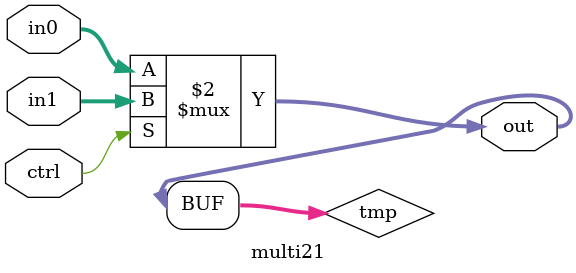
<source format=v>
`timescale 1ns / 1ps
module multi21(input [7:0] in0, in1, input  ctrl, output [7:0] out);
		reg [7:0] tmp;
		 always @*
				 tmp<= ctrl?in1:in0;
			 
		assign out = tmp;


endmodule

</source>
